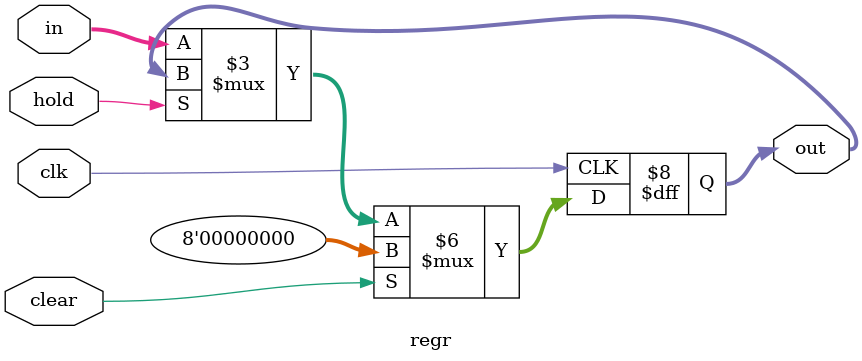
<source format=sv>
/*
 * NAME
 *
 * regr - register of data that can be held or cleared
 *
 * DESCRIPTION
 *
 * The regr (register) module can be used to store data in the current
 * cylcle so it will be output on the next cycle.  Signals are also
 * provided to hold the data or clear it.  The hold and clear signals
 * are both synchronous with the clock.
 *
 * The first example creates a 8-bit register.  The clear and hold
 * signals are taken from elsewhere.
 *
 *   wire [7:0] data_s1;
 *   wire [7:0] data_s2;
 *
 *   regr #(.N(8)) r1(.clk(clk), .clear(clear), .hold(hold),
 *                      .in(data_s1), .out(data_s2))
 *
 * Multiple signals can be grouped together using array notation.
 *
 *   regr #(.N(8)) r1(.clk(clk), .clear(clear), .hold(hold),
 *                      .in({x1, x2}), .out({y1, y2}))
 */

`ifndef _regr
`define _regr

module regr #(parameter N = 8)
(
	input logic  clk,
	input logic  clear,
	input logic  hold,
	input logic  [N-1:0] in,
	output logic [N-1:0] out);	

	
	always_ff @(posedge clk) 
	begin
		if (clear)				// clear the array 
			out <= {N{1'b0}};
		else if (hold)			// store the data for one clock cycle 
			out <= out;
		else	
			out <= in;			// read the data in the memory 
	end
endmodule

`endif

</source>
